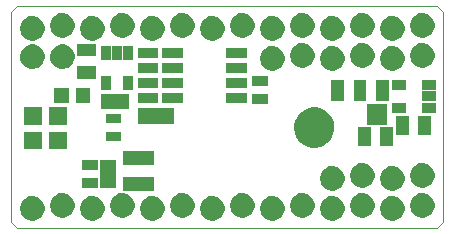
<source format=gbs>
G04 #@! TF.FileFunction,Soldermask,Bot*
%FSLAX46Y46*%
G04 Gerber Fmt 4.6, Leading zero omitted, Abs format (unit mm)*
G04 Created by KiCad (PCBNEW no-vcs-found-product) date Sun 27 Dec 2015 02:00:56 GMT*
%MOMM*%
G01*
G04 APERTURE LIST*
%ADD10C,0.150000*%
%ADD11C,0.100000*%
%ADD12C,0.099060*%
%ADD13C,0.099600*%
G04 APERTURE END LIST*
D10*
D11*
X38862000Y-41910000D02*
X38862000Y-59690000D01*
D12*
X74930000Y-60198000D02*
X39370000Y-60198000D01*
X75438000Y-41910000D02*
X75438000Y-59690000D01*
X39370000Y-41402000D02*
X74930000Y-41402000D01*
D13*
X39370000Y-60198000D02*
X38862000Y-59690000D01*
X75438000Y-59690000D02*
X74930000Y-60198000D01*
X74930000Y-41402000D02*
X75438000Y-41910000D01*
X38862000Y-41910000D02*
X39370000Y-41402000D01*
D10*
G36*
X41450000Y-51450000D02*
X39950000Y-51450000D01*
X39950000Y-49950000D01*
X41450000Y-49950000D01*
X41450000Y-51450000D01*
X41450000Y-51450000D01*
G37*
G36*
X41450000Y-53550000D02*
X39950000Y-53550000D01*
X39950000Y-52050000D01*
X41450000Y-52050000D01*
X41450000Y-53550000D01*
X41450000Y-53550000D01*
G37*
G36*
X41669844Y-45598042D02*
X41666592Y-45830952D01*
X41666516Y-45831285D01*
X41666516Y-45831298D01*
X41621419Y-46029799D01*
X41538477Y-46216086D01*
X41420935Y-46382714D01*
X41273260Y-46523342D01*
X41101093Y-46632603D01*
X40910977Y-46706344D01*
X40710160Y-46741754D01*
X40506290Y-46737484D01*
X40307125Y-46693694D01*
X40120272Y-46612060D01*
X39952820Y-46495678D01*
X39811169Y-46348994D01*
X39700709Y-46177594D01*
X39625642Y-45987997D01*
X39588831Y-45787426D01*
X39591679Y-45583532D01*
X39634074Y-45384076D01*
X39714406Y-45196648D01*
X39829611Y-45028395D01*
X39975305Y-44885720D01*
X40145933Y-44774064D01*
X40335000Y-44697676D01*
X40535301Y-44659467D01*
X40739214Y-44660891D01*
X40938967Y-44701894D01*
X41126946Y-44780914D01*
X41296001Y-44894942D01*
X41439689Y-45039637D01*
X41552534Y-45209481D01*
X41630239Y-45398008D01*
X41669779Y-45597699D01*
X41669778Y-45597712D01*
X41669844Y-45598042D01*
X41669844Y-45598042D01*
G37*
G36*
X41679844Y-43205042D02*
X41676592Y-43437952D01*
X41676516Y-43438285D01*
X41676516Y-43438298D01*
X41631419Y-43636799D01*
X41548477Y-43823086D01*
X41430935Y-43989714D01*
X41283260Y-44130342D01*
X41111093Y-44239603D01*
X40920977Y-44313344D01*
X40720160Y-44348754D01*
X40516290Y-44344484D01*
X40317125Y-44300694D01*
X40130272Y-44219060D01*
X39962820Y-44102678D01*
X39821169Y-43955994D01*
X39710709Y-43784594D01*
X39635642Y-43594997D01*
X39598831Y-43394426D01*
X39601679Y-43190532D01*
X39644074Y-42991076D01*
X39724406Y-42803648D01*
X39839611Y-42635395D01*
X39985305Y-42492720D01*
X40155933Y-42381064D01*
X40345000Y-42304676D01*
X40545301Y-42266467D01*
X40749214Y-42267891D01*
X40948967Y-42308894D01*
X41136946Y-42387914D01*
X41306001Y-42501942D01*
X41449689Y-42646637D01*
X41562534Y-42816481D01*
X41640239Y-43005008D01*
X41679779Y-43204699D01*
X41679778Y-43204712D01*
X41679844Y-43205042D01*
X41679844Y-43205042D01*
G37*
G36*
X41679844Y-58445042D02*
X41676592Y-58677952D01*
X41676516Y-58678285D01*
X41676516Y-58678298D01*
X41631419Y-58876799D01*
X41548477Y-59063086D01*
X41430935Y-59229714D01*
X41283260Y-59370342D01*
X41111093Y-59479603D01*
X40920977Y-59553344D01*
X40720160Y-59588754D01*
X40516290Y-59584484D01*
X40317125Y-59540694D01*
X40130272Y-59459060D01*
X39962820Y-59342678D01*
X39821169Y-59195994D01*
X39710709Y-59024594D01*
X39635642Y-58834997D01*
X39598831Y-58634426D01*
X39601679Y-58430532D01*
X39644074Y-58231076D01*
X39724406Y-58043648D01*
X39839611Y-57875395D01*
X39985305Y-57732720D01*
X40155933Y-57621064D01*
X40345000Y-57544676D01*
X40545301Y-57506467D01*
X40749214Y-57507891D01*
X40948967Y-57548894D01*
X41136946Y-57627914D01*
X41306001Y-57741942D01*
X41449689Y-57886637D01*
X41562534Y-58056481D01*
X41640239Y-58245008D01*
X41679779Y-58444699D01*
X41679778Y-58444712D01*
X41679844Y-58445042D01*
X41679844Y-58445042D01*
G37*
G36*
X43550000Y-51450000D02*
X42050000Y-51450000D01*
X42050000Y-49950000D01*
X43550000Y-49950000D01*
X43550000Y-51450000D01*
X43550000Y-51450000D01*
G37*
G36*
X43550000Y-53550000D02*
X42050000Y-53550000D01*
X42050000Y-52050000D01*
X43550000Y-52050000D01*
X43550000Y-53550000D01*
X43550000Y-53550000D01*
G37*
G36*
X43701220Y-49671500D02*
X42500460Y-49671500D01*
X42500460Y-48328500D01*
X43701220Y-48328500D01*
X43701220Y-49671500D01*
X43701220Y-49671500D01*
G37*
G36*
X44209844Y-45598042D02*
X44206592Y-45830952D01*
X44206516Y-45831285D01*
X44206516Y-45831298D01*
X44161419Y-46029799D01*
X44078477Y-46216086D01*
X43960935Y-46382714D01*
X43813260Y-46523342D01*
X43641093Y-46632603D01*
X43450977Y-46706344D01*
X43250160Y-46741754D01*
X43046290Y-46737484D01*
X42847125Y-46693694D01*
X42660272Y-46612060D01*
X42492820Y-46495678D01*
X42351169Y-46348994D01*
X42240709Y-46177594D01*
X42165642Y-45987997D01*
X42128831Y-45787426D01*
X42131679Y-45583532D01*
X42174074Y-45384076D01*
X42254406Y-45196648D01*
X42369611Y-45028395D01*
X42515305Y-44885720D01*
X42685933Y-44774064D01*
X42875000Y-44697676D01*
X43075301Y-44659467D01*
X43279214Y-44660891D01*
X43478967Y-44701894D01*
X43666946Y-44780914D01*
X43836001Y-44894942D01*
X43979689Y-45039637D01*
X44092534Y-45209481D01*
X44170239Y-45398008D01*
X44209779Y-45597699D01*
X44209778Y-45597712D01*
X44209844Y-45598042D01*
X44209844Y-45598042D01*
G37*
G36*
X44219844Y-42951042D02*
X44216592Y-43183952D01*
X44216516Y-43184285D01*
X44216516Y-43184298D01*
X44171419Y-43382799D01*
X44088477Y-43569086D01*
X43970935Y-43735714D01*
X43823260Y-43876342D01*
X43651093Y-43985603D01*
X43460977Y-44059344D01*
X43260160Y-44094754D01*
X43056290Y-44090484D01*
X42857125Y-44046694D01*
X42670272Y-43965060D01*
X42502820Y-43848678D01*
X42361169Y-43701994D01*
X42250709Y-43530594D01*
X42175642Y-43340997D01*
X42138831Y-43140426D01*
X42141679Y-42936532D01*
X42184074Y-42737076D01*
X42264406Y-42549648D01*
X42379611Y-42381395D01*
X42525305Y-42238720D01*
X42695933Y-42127064D01*
X42885000Y-42050676D01*
X43085301Y-42012467D01*
X43289214Y-42013891D01*
X43488967Y-42054894D01*
X43676946Y-42133914D01*
X43846001Y-42247942D01*
X43989689Y-42392637D01*
X44102534Y-42562481D01*
X44180239Y-42751008D01*
X44219779Y-42950699D01*
X44219778Y-42950712D01*
X44219844Y-42951042D01*
X44219844Y-42951042D01*
G37*
G36*
X44219844Y-58191042D02*
X44216592Y-58423952D01*
X44216516Y-58424285D01*
X44216516Y-58424298D01*
X44171419Y-58622799D01*
X44088477Y-58809086D01*
X43970935Y-58975714D01*
X43823260Y-59116342D01*
X43651093Y-59225603D01*
X43460977Y-59299344D01*
X43260160Y-59334754D01*
X43056290Y-59330484D01*
X42857125Y-59286694D01*
X42670272Y-59205060D01*
X42502820Y-59088678D01*
X42361169Y-58941994D01*
X42250709Y-58770594D01*
X42175642Y-58580997D01*
X42138831Y-58380426D01*
X42141679Y-58176532D01*
X42184074Y-57977076D01*
X42264406Y-57789648D01*
X42379611Y-57621395D01*
X42525305Y-57478720D01*
X42695933Y-57367064D01*
X42885000Y-57290676D01*
X43085301Y-57252467D01*
X43289214Y-57253891D01*
X43488967Y-57294894D01*
X43676946Y-57373914D01*
X43846001Y-57487942D01*
X43989689Y-57632637D01*
X44102534Y-57802481D01*
X44180239Y-57991008D01*
X44219779Y-58190699D01*
X44219778Y-58190712D01*
X44219844Y-58191042D01*
X44219844Y-58191042D01*
G37*
G36*
X45499540Y-49671500D02*
X44298780Y-49671500D01*
X44298780Y-48328500D01*
X45499540Y-48328500D01*
X45499540Y-49671500D01*
X45499540Y-49671500D01*
G37*
G36*
X45998500Y-45692000D02*
X44401500Y-45692000D01*
X44401500Y-44603000D01*
X45998500Y-44603000D01*
X45998500Y-45692000D01*
X45998500Y-45692000D01*
G37*
G36*
X45998500Y-47597000D02*
X44401500Y-47597000D01*
X44401500Y-46508000D01*
X45998500Y-46508000D01*
X45998500Y-47597000D01*
X45998500Y-47597000D01*
G37*
G36*
X46171500Y-55305500D02*
X44828500Y-55305500D01*
X44828500Y-54470500D01*
X46171500Y-54470500D01*
X46171500Y-55305500D01*
X46171500Y-55305500D01*
G37*
G36*
X46171500Y-56829500D02*
X44828500Y-56829500D01*
X44828500Y-55994500D01*
X46171500Y-55994500D01*
X46171500Y-56829500D01*
X46171500Y-56829500D01*
G37*
G36*
X46759844Y-43205042D02*
X46756592Y-43437952D01*
X46756516Y-43438285D01*
X46756516Y-43438298D01*
X46711419Y-43636799D01*
X46628477Y-43823086D01*
X46510935Y-43989714D01*
X46363260Y-44130342D01*
X46191093Y-44239603D01*
X46000977Y-44313344D01*
X45800160Y-44348754D01*
X45596290Y-44344484D01*
X45397125Y-44300694D01*
X45210272Y-44219060D01*
X45042820Y-44102678D01*
X44901169Y-43955994D01*
X44790709Y-43784594D01*
X44715642Y-43594997D01*
X44678831Y-43394426D01*
X44681679Y-43190532D01*
X44724074Y-42991076D01*
X44804406Y-42803648D01*
X44919611Y-42635395D01*
X45065305Y-42492720D01*
X45235933Y-42381064D01*
X45425000Y-42304676D01*
X45625301Y-42266467D01*
X45829214Y-42267891D01*
X46028967Y-42308894D01*
X46216946Y-42387914D01*
X46386001Y-42501942D01*
X46529689Y-42646637D01*
X46642534Y-42816481D01*
X46720239Y-43005008D01*
X46759779Y-43204699D01*
X46759778Y-43204712D01*
X46759844Y-43205042D01*
X46759844Y-43205042D01*
G37*
G36*
X46759844Y-58445042D02*
X46756592Y-58677952D01*
X46756516Y-58678285D01*
X46756516Y-58678298D01*
X46711419Y-58876799D01*
X46628477Y-59063086D01*
X46510935Y-59229714D01*
X46363260Y-59370342D01*
X46191093Y-59479603D01*
X46000977Y-59553344D01*
X45800160Y-59588754D01*
X45596290Y-59584484D01*
X45397125Y-59540694D01*
X45210272Y-59459060D01*
X45042820Y-59342678D01*
X44901169Y-59195994D01*
X44790709Y-59024594D01*
X44715642Y-58834997D01*
X44678831Y-58634426D01*
X44681679Y-58430532D01*
X44724074Y-58231076D01*
X44804406Y-58043648D01*
X44919611Y-57875395D01*
X45065305Y-57732720D01*
X45235933Y-57621064D01*
X45425000Y-57544676D01*
X45625301Y-57506467D01*
X45829214Y-57507891D01*
X46028967Y-57548894D01*
X46216946Y-57627914D01*
X46386001Y-57741942D01*
X46529689Y-57886637D01*
X46642534Y-58056481D01*
X46720239Y-58245008D01*
X46759779Y-58444699D01*
X46759778Y-58444712D01*
X46759844Y-58445042D01*
X46759844Y-58445042D01*
G37*
G36*
X47272620Y-46030380D02*
X46422380Y-46030380D01*
X46422380Y-44829620D01*
X47272620Y-44829620D01*
X47272620Y-46030380D01*
X47272620Y-46030380D01*
G37*
G36*
X47272620Y-48570380D02*
X46422380Y-48570380D01*
X46422380Y-47369620D01*
X47272620Y-47369620D01*
X47272620Y-48570380D01*
X47272620Y-48570380D01*
G37*
G36*
X47721500Y-56829500D02*
X46378500Y-56829500D01*
X46378500Y-56199580D01*
X46378500Y-55994500D01*
X46378500Y-55305500D01*
X46378500Y-55100420D01*
X46378500Y-54470500D01*
X47721500Y-54470500D01*
X47721500Y-55100420D01*
X47721500Y-55305500D01*
X47721500Y-55994500D01*
X47721500Y-56199580D01*
X47721500Y-56829500D01*
X47721500Y-56829500D01*
G37*
G36*
X48171500Y-51355500D02*
X46828500Y-51355500D01*
X46828500Y-50520500D01*
X48171500Y-50520500D01*
X48171500Y-51355500D01*
X48171500Y-51355500D01*
G37*
G36*
X48171500Y-52879500D02*
X46828500Y-52879500D01*
X46828500Y-52044500D01*
X48171500Y-52044500D01*
X48171500Y-52879500D01*
X48171500Y-52879500D01*
G37*
G36*
X48225120Y-46030380D02*
X47374880Y-46030380D01*
X47374880Y-44829620D01*
X48225120Y-44829620D01*
X48225120Y-46030380D01*
X48225120Y-46030380D01*
G37*
G36*
X48779500Y-50171500D02*
X48149580Y-50171500D01*
X47944500Y-50171500D01*
X47255500Y-50171500D01*
X47050420Y-50171500D01*
X46420500Y-50171500D01*
X46420500Y-48828500D01*
X47050420Y-48828500D01*
X47255500Y-48828500D01*
X47944500Y-48828500D01*
X48149580Y-48828500D01*
X48779500Y-48828500D01*
X48779500Y-50171500D01*
X48779500Y-50171500D01*
G37*
G36*
X49177620Y-46030380D02*
X48327380Y-46030380D01*
X48327380Y-44829620D01*
X49177620Y-44829620D01*
X49177620Y-46030380D01*
X49177620Y-46030380D01*
G37*
G36*
X49177620Y-48570380D02*
X48327380Y-48570380D01*
X48327380Y-47369620D01*
X49177620Y-47369620D01*
X49177620Y-48570380D01*
X49177620Y-48570380D01*
G37*
G36*
X49299844Y-42951042D02*
X49296592Y-43183952D01*
X49296516Y-43184285D01*
X49296516Y-43184298D01*
X49251419Y-43382799D01*
X49168477Y-43569086D01*
X49050935Y-43735714D01*
X48903260Y-43876342D01*
X48731093Y-43985603D01*
X48540977Y-44059344D01*
X48340160Y-44094754D01*
X48136290Y-44090484D01*
X47937125Y-44046694D01*
X47750272Y-43965060D01*
X47582820Y-43848678D01*
X47441169Y-43701994D01*
X47330709Y-43530594D01*
X47255642Y-43340997D01*
X47218831Y-43140426D01*
X47221679Y-42936532D01*
X47264074Y-42737076D01*
X47344406Y-42549648D01*
X47459611Y-42381395D01*
X47605305Y-42238720D01*
X47775933Y-42127064D01*
X47965000Y-42050676D01*
X48165301Y-42012467D01*
X48369214Y-42013891D01*
X48568967Y-42054894D01*
X48756946Y-42133914D01*
X48926001Y-42247942D01*
X49069689Y-42392637D01*
X49182534Y-42562481D01*
X49260239Y-42751008D01*
X49299779Y-42950699D01*
X49299778Y-42950712D01*
X49299844Y-42951042D01*
X49299844Y-42951042D01*
G37*
G36*
X49299844Y-58191042D02*
X49296592Y-58423952D01*
X49296516Y-58424285D01*
X49296516Y-58424298D01*
X49251419Y-58622799D01*
X49168477Y-58809086D01*
X49050935Y-58975714D01*
X48903260Y-59116342D01*
X48731093Y-59225603D01*
X48540977Y-59299344D01*
X48340160Y-59334754D01*
X48136290Y-59330484D01*
X47937125Y-59286694D01*
X47750272Y-59205060D01*
X47582820Y-59088678D01*
X47441169Y-58941994D01*
X47330709Y-58770594D01*
X47255642Y-58580997D01*
X47218831Y-58380426D01*
X47221679Y-58176532D01*
X47264074Y-57977076D01*
X47344406Y-57789648D01*
X47459611Y-57621395D01*
X47605305Y-57478720D01*
X47775933Y-57367064D01*
X47965000Y-57290676D01*
X48165301Y-57252467D01*
X48369214Y-57253891D01*
X48568967Y-57294894D01*
X48756946Y-57373914D01*
X48926001Y-57487942D01*
X49069689Y-57632637D01*
X49182534Y-57802481D01*
X49260239Y-57991008D01*
X49299779Y-58190699D01*
X49299778Y-58190712D01*
X49299844Y-58191042D01*
X49299844Y-58191042D01*
G37*
G36*
X50974680Y-54899290D02*
X48275320Y-54899290D01*
X48275320Y-53701070D01*
X50974680Y-53701070D01*
X50974680Y-54899290D01*
X50974680Y-54899290D01*
G37*
G36*
X50974680Y-57098930D02*
X48275320Y-57098930D01*
X48275320Y-55900710D01*
X50974680Y-55900710D01*
X50974680Y-57098930D01*
X50974680Y-57098930D01*
G37*
G36*
X51280450Y-45787100D02*
X49599630Y-45787100D01*
X49599630Y-45002900D01*
X51280450Y-45002900D01*
X51280450Y-45787100D01*
X51280450Y-45787100D01*
G37*
G36*
X51280450Y-47057100D02*
X49599630Y-47057100D01*
X49599630Y-46272900D01*
X51280450Y-46272900D01*
X51280450Y-47057100D01*
X51280450Y-47057100D01*
G37*
G36*
X51280450Y-48327100D02*
X49599630Y-48327100D01*
X49599630Y-47542900D01*
X51280450Y-47542900D01*
X51280450Y-48327100D01*
X51280450Y-48327100D01*
G37*
G36*
X51280450Y-49597100D02*
X49599630Y-49597100D01*
X49599630Y-48812900D01*
X51280450Y-48812900D01*
X51280450Y-49597100D01*
X51280450Y-49597100D01*
G37*
G36*
X51839844Y-43205042D02*
X51836592Y-43437952D01*
X51836516Y-43438285D01*
X51836516Y-43438298D01*
X51791419Y-43636799D01*
X51708477Y-43823086D01*
X51590935Y-43989714D01*
X51443260Y-44130342D01*
X51271093Y-44239603D01*
X51080977Y-44313344D01*
X50880160Y-44348754D01*
X50676290Y-44344484D01*
X50477125Y-44300694D01*
X50290272Y-44219060D01*
X50122820Y-44102678D01*
X49981169Y-43955994D01*
X49870709Y-43784594D01*
X49795642Y-43594997D01*
X49758831Y-43394426D01*
X49761679Y-43190532D01*
X49804074Y-42991076D01*
X49884406Y-42803648D01*
X49999611Y-42635395D01*
X50145305Y-42492720D01*
X50315933Y-42381064D01*
X50505000Y-42304676D01*
X50705301Y-42266467D01*
X50909214Y-42267891D01*
X51108967Y-42308894D01*
X51296946Y-42387914D01*
X51466001Y-42501942D01*
X51609689Y-42646637D01*
X51722534Y-42816481D01*
X51800239Y-43005008D01*
X51839779Y-43204699D01*
X51839778Y-43204712D01*
X51839844Y-43205042D01*
X51839844Y-43205042D01*
G37*
G36*
X51839844Y-58445042D02*
X51836592Y-58677952D01*
X51836516Y-58678285D01*
X51836516Y-58678298D01*
X51791419Y-58876799D01*
X51708477Y-59063086D01*
X51590935Y-59229714D01*
X51443260Y-59370342D01*
X51271093Y-59479603D01*
X51080977Y-59553344D01*
X50880160Y-59588754D01*
X50676290Y-59584484D01*
X50477125Y-59540694D01*
X50290272Y-59459060D01*
X50122820Y-59342678D01*
X49981169Y-59195994D01*
X49870709Y-59024594D01*
X49795642Y-58834997D01*
X49758831Y-58634426D01*
X49761679Y-58430532D01*
X49804074Y-58231076D01*
X49884406Y-58043648D01*
X49999611Y-57875395D01*
X50145305Y-57732720D01*
X50315933Y-57621064D01*
X50505000Y-57544676D01*
X50705301Y-57506467D01*
X50909214Y-57507891D01*
X51108967Y-57548894D01*
X51296946Y-57627914D01*
X51466001Y-57741942D01*
X51609689Y-57886637D01*
X51722534Y-58056481D01*
X51800239Y-58245008D01*
X51839779Y-58444699D01*
X51839778Y-58444712D01*
X51839844Y-58445042D01*
X51839844Y-58445042D01*
G37*
G36*
X52599540Y-51371500D02*
X51700380Y-51371500D01*
X51398780Y-51371500D01*
X50801220Y-51371500D01*
X50499620Y-51371500D01*
X49600460Y-51371500D01*
X49600460Y-50028500D01*
X50499620Y-50028500D01*
X50801220Y-50028500D01*
X51398780Y-50028500D01*
X51700380Y-50028500D01*
X52599540Y-50028500D01*
X52599540Y-51371500D01*
X52599540Y-51371500D01*
G37*
G36*
X53400080Y-45799800D02*
X51599880Y-45799800D01*
X51599880Y-44990200D01*
X53400080Y-44990200D01*
X53400080Y-45799800D01*
X53400080Y-45799800D01*
G37*
G36*
X53400080Y-47069800D02*
X51599880Y-47069800D01*
X51599880Y-46260200D01*
X53400080Y-46260200D01*
X53400080Y-47069800D01*
X53400080Y-47069800D01*
G37*
G36*
X53400080Y-48339800D02*
X51599880Y-48339800D01*
X51599880Y-47530200D01*
X53400080Y-47530200D01*
X53400080Y-48339800D01*
X53400080Y-48339800D01*
G37*
G36*
X53400080Y-49609800D02*
X51599880Y-49609800D01*
X51599880Y-48800200D01*
X53400080Y-48800200D01*
X53400080Y-49609800D01*
X53400080Y-49609800D01*
G37*
G36*
X54379844Y-42951042D02*
X54376592Y-43183952D01*
X54376516Y-43184285D01*
X54376516Y-43184298D01*
X54331419Y-43382799D01*
X54248477Y-43569086D01*
X54130935Y-43735714D01*
X53983260Y-43876342D01*
X53811093Y-43985603D01*
X53620977Y-44059344D01*
X53420160Y-44094754D01*
X53216290Y-44090484D01*
X53017125Y-44046694D01*
X52830272Y-43965060D01*
X52662820Y-43848678D01*
X52521169Y-43701994D01*
X52410709Y-43530594D01*
X52335642Y-43340997D01*
X52298831Y-43140426D01*
X52301679Y-42936532D01*
X52344074Y-42737076D01*
X52424406Y-42549648D01*
X52539611Y-42381395D01*
X52685305Y-42238720D01*
X52855933Y-42127064D01*
X53045000Y-42050676D01*
X53245301Y-42012467D01*
X53449214Y-42013891D01*
X53648967Y-42054894D01*
X53836946Y-42133914D01*
X54006001Y-42247942D01*
X54149689Y-42392637D01*
X54262534Y-42562481D01*
X54340239Y-42751008D01*
X54379779Y-42950699D01*
X54379778Y-42950712D01*
X54379844Y-42951042D01*
X54379844Y-42951042D01*
G37*
G36*
X54379844Y-58191042D02*
X54376592Y-58423952D01*
X54376516Y-58424285D01*
X54376516Y-58424298D01*
X54331419Y-58622799D01*
X54248477Y-58809086D01*
X54130935Y-58975714D01*
X53983260Y-59116342D01*
X53811093Y-59225603D01*
X53620977Y-59299344D01*
X53420160Y-59334754D01*
X53216290Y-59330484D01*
X53017125Y-59286694D01*
X52830272Y-59205060D01*
X52662820Y-59088678D01*
X52521169Y-58941994D01*
X52410709Y-58770594D01*
X52335642Y-58580997D01*
X52298831Y-58380426D01*
X52301679Y-58176532D01*
X52344074Y-57977076D01*
X52424406Y-57789648D01*
X52539611Y-57621395D01*
X52685305Y-57478720D01*
X52855933Y-57367064D01*
X53045000Y-57290676D01*
X53245301Y-57252467D01*
X53449214Y-57253891D01*
X53648967Y-57294894D01*
X53836946Y-57373914D01*
X54006001Y-57487942D01*
X54149689Y-57632637D01*
X54262534Y-57802481D01*
X54340239Y-57991008D01*
X54379779Y-58190699D01*
X54379778Y-58190712D01*
X54379844Y-58191042D01*
X54379844Y-58191042D01*
G37*
G36*
X56919844Y-43205042D02*
X56916592Y-43437952D01*
X56916516Y-43438285D01*
X56916516Y-43438298D01*
X56871419Y-43636799D01*
X56788477Y-43823086D01*
X56670935Y-43989714D01*
X56523260Y-44130342D01*
X56351093Y-44239603D01*
X56160977Y-44313344D01*
X55960160Y-44348754D01*
X55756290Y-44344484D01*
X55557125Y-44300694D01*
X55370272Y-44219060D01*
X55202820Y-44102678D01*
X55061169Y-43955994D01*
X54950709Y-43784594D01*
X54875642Y-43594997D01*
X54838831Y-43394426D01*
X54841679Y-43190532D01*
X54884074Y-42991076D01*
X54964406Y-42803648D01*
X55079611Y-42635395D01*
X55225305Y-42492720D01*
X55395933Y-42381064D01*
X55585000Y-42304676D01*
X55785301Y-42266467D01*
X55989214Y-42267891D01*
X56188967Y-42308894D01*
X56376946Y-42387914D01*
X56546001Y-42501942D01*
X56689689Y-42646637D01*
X56802534Y-42816481D01*
X56880239Y-43005008D01*
X56919779Y-43204699D01*
X56919778Y-43204712D01*
X56919844Y-43205042D01*
X56919844Y-43205042D01*
G37*
G36*
X56919844Y-58445042D02*
X56916592Y-58677952D01*
X56916516Y-58678285D01*
X56916516Y-58678298D01*
X56871419Y-58876799D01*
X56788477Y-59063086D01*
X56670935Y-59229714D01*
X56523260Y-59370342D01*
X56351093Y-59479603D01*
X56160977Y-59553344D01*
X55960160Y-59588754D01*
X55756290Y-59584484D01*
X55557125Y-59540694D01*
X55370272Y-59459060D01*
X55202820Y-59342678D01*
X55061169Y-59195994D01*
X54950709Y-59024594D01*
X54875642Y-58834997D01*
X54838831Y-58634426D01*
X54841679Y-58430532D01*
X54884074Y-58231076D01*
X54964406Y-58043648D01*
X55079611Y-57875395D01*
X55225305Y-57732720D01*
X55395933Y-57621064D01*
X55585000Y-57544676D01*
X55785301Y-57506467D01*
X55989214Y-57507891D01*
X56188967Y-57548894D01*
X56376946Y-57627914D01*
X56546001Y-57741942D01*
X56689689Y-57886637D01*
X56802534Y-58056481D01*
X56880239Y-58245008D01*
X56919779Y-58444699D01*
X56919778Y-58444712D01*
X56919844Y-58445042D01*
X56919844Y-58445042D01*
G37*
G36*
X58800120Y-45799800D02*
X56999920Y-45799800D01*
X56999920Y-44990200D01*
X58800120Y-44990200D01*
X58800120Y-45799800D01*
X58800120Y-45799800D01*
G37*
G36*
X58800120Y-47069800D02*
X56999920Y-47069800D01*
X56999920Y-46260200D01*
X58800120Y-46260200D01*
X58800120Y-47069800D01*
X58800120Y-47069800D01*
G37*
G36*
X58800120Y-48339800D02*
X56999920Y-48339800D01*
X56999920Y-47530200D01*
X58800120Y-47530200D01*
X58800120Y-48339800D01*
X58800120Y-48339800D01*
G37*
G36*
X58800120Y-49609800D02*
X56999920Y-49609800D01*
X56999920Y-48800200D01*
X58800120Y-48800200D01*
X58800120Y-49609800D01*
X58800120Y-49609800D01*
G37*
G36*
X59459844Y-42951042D02*
X59456592Y-43183952D01*
X59456516Y-43184285D01*
X59456516Y-43184298D01*
X59411419Y-43382799D01*
X59328477Y-43569086D01*
X59210935Y-43735714D01*
X59063260Y-43876342D01*
X58891093Y-43985603D01*
X58700977Y-44059344D01*
X58500160Y-44094754D01*
X58296290Y-44090484D01*
X58097125Y-44046694D01*
X57910272Y-43965060D01*
X57742820Y-43848678D01*
X57601169Y-43701994D01*
X57490709Y-43530594D01*
X57415642Y-43340997D01*
X57378831Y-43140426D01*
X57381679Y-42936532D01*
X57424074Y-42737076D01*
X57504406Y-42549648D01*
X57619611Y-42381395D01*
X57765305Y-42238720D01*
X57935933Y-42127064D01*
X58125000Y-42050676D01*
X58325301Y-42012467D01*
X58529214Y-42013891D01*
X58728967Y-42054894D01*
X58916946Y-42133914D01*
X59086001Y-42247942D01*
X59229689Y-42392637D01*
X59342534Y-42562481D01*
X59420239Y-42751008D01*
X59459779Y-42950699D01*
X59459778Y-42950712D01*
X59459844Y-42951042D01*
X59459844Y-42951042D01*
G37*
G36*
X59459844Y-58191042D02*
X59456592Y-58423952D01*
X59456516Y-58424285D01*
X59456516Y-58424298D01*
X59411419Y-58622799D01*
X59328477Y-58809086D01*
X59210935Y-58975714D01*
X59063260Y-59116342D01*
X58891093Y-59225603D01*
X58700977Y-59299344D01*
X58500160Y-59334754D01*
X58296290Y-59330484D01*
X58097125Y-59286694D01*
X57910272Y-59205060D01*
X57742820Y-59088678D01*
X57601169Y-58941994D01*
X57490709Y-58770594D01*
X57415642Y-58580997D01*
X57378831Y-58380426D01*
X57381679Y-58176532D01*
X57424074Y-57977076D01*
X57504406Y-57789648D01*
X57619611Y-57621395D01*
X57765305Y-57478720D01*
X57935933Y-57367064D01*
X58125000Y-57290676D01*
X58325301Y-57252467D01*
X58529214Y-57253891D01*
X58728967Y-57294894D01*
X58916946Y-57373914D01*
X59086001Y-57487942D01*
X59229689Y-57632637D01*
X59342534Y-57802481D01*
X59420239Y-57991008D01*
X59459779Y-58190699D01*
X59459778Y-58190712D01*
X59459844Y-58191042D01*
X59459844Y-58191042D01*
G37*
G36*
X60571500Y-48155500D02*
X59228500Y-48155500D01*
X59228500Y-47320500D01*
X60571500Y-47320500D01*
X60571500Y-48155500D01*
X60571500Y-48155500D01*
G37*
G36*
X60571500Y-49679500D02*
X59228500Y-49679500D01*
X59228500Y-48844500D01*
X60571500Y-48844500D01*
X60571500Y-49679500D01*
X60571500Y-49679500D01*
G37*
G36*
X61999844Y-43205042D02*
X61996592Y-43437952D01*
X61996516Y-43438285D01*
X61996516Y-43438298D01*
X61951419Y-43636799D01*
X61868477Y-43823086D01*
X61750935Y-43989714D01*
X61603260Y-44130342D01*
X61431093Y-44239603D01*
X61240977Y-44313344D01*
X61040160Y-44348754D01*
X60836290Y-44344484D01*
X60637125Y-44300694D01*
X60450272Y-44219060D01*
X60282820Y-44102678D01*
X60141169Y-43955994D01*
X60030709Y-43784594D01*
X59955642Y-43594997D01*
X59918831Y-43394426D01*
X59921679Y-43190532D01*
X59964074Y-42991076D01*
X60044406Y-42803648D01*
X60159611Y-42635395D01*
X60305305Y-42492720D01*
X60475933Y-42381064D01*
X60665000Y-42304676D01*
X60865301Y-42266467D01*
X61069214Y-42267891D01*
X61268967Y-42308894D01*
X61456946Y-42387914D01*
X61626001Y-42501942D01*
X61769689Y-42646637D01*
X61882534Y-42816481D01*
X61960239Y-43005008D01*
X61999779Y-43204699D01*
X61999778Y-43204712D01*
X61999844Y-43205042D01*
X61999844Y-43205042D01*
G37*
G36*
X61999844Y-45745042D02*
X61996592Y-45977952D01*
X61996516Y-45978285D01*
X61996516Y-45978298D01*
X61951419Y-46176799D01*
X61868477Y-46363086D01*
X61750935Y-46529714D01*
X61603260Y-46670342D01*
X61431093Y-46779603D01*
X61240977Y-46853344D01*
X61040160Y-46888754D01*
X60836290Y-46884484D01*
X60637125Y-46840694D01*
X60450272Y-46759060D01*
X60282820Y-46642678D01*
X60141169Y-46495994D01*
X60030709Y-46324594D01*
X59955642Y-46134997D01*
X59918831Y-45934426D01*
X59921679Y-45730532D01*
X59964074Y-45531076D01*
X60044406Y-45343648D01*
X60159611Y-45175395D01*
X60305305Y-45032720D01*
X60475933Y-44921064D01*
X60665000Y-44844676D01*
X60865301Y-44806467D01*
X61069214Y-44807891D01*
X61268967Y-44848894D01*
X61456946Y-44927914D01*
X61626001Y-45041942D01*
X61769689Y-45186637D01*
X61882534Y-45356481D01*
X61960239Y-45545008D01*
X61999779Y-45744699D01*
X61999778Y-45744712D01*
X61999844Y-45745042D01*
X61999844Y-45745042D01*
G37*
G36*
X61999844Y-58445042D02*
X61996592Y-58677952D01*
X61996516Y-58678285D01*
X61996516Y-58678298D01*
X61951419Y-58876799D01*
X61868477Y-59063086D01*
X61750935Y-59229714D01*
X61603260Y-59370342D01*
X61431093Y-59479603D01*
X61240977Y-59553344D01*
X61040160Y-59588754D01*
X60836290Y-59584484D01*
X60637125Y-59540694D01*
X60450272Y-59459060D01*
X60282820Y-59342678D01*
X60141169Y-59195994D01*
X60030709Y-59024594D01*
X59955642Y-58834997D01*
X59918831Y-58634426D01*
X59921679Y-58430532D01*
X59964074Y-58231076D01*
X60044406Y-58043648D01*
X60159611Y-57875395D01*
X60305305Y-57732720D01*
X60475933Y-57621064D01*
X60665000Y-57544676D01*
X60865301Y-57506467D01*
X61069214Y-57507891D01*
X61268967Y-57548894D01*
X61456946Y-57627914D01*
X61626001Y-57741942D01*
X61769689Y-57886637D01*
X61882534Y-58056481D01*
X61960239Y-58245008D01*
X61999779Y-58444699D01*
X61999778Y-58444712D01*
X61999844Y-58445042D01*
X61999844Y-58445042D01*
G37*
G36*
X64539844Y-42951042D02*
X64536592Y-43183952D01*
X64536516Y-43184285D01*
X64536516Y-43184298D01*
X64491419Y-43382799D01*
X64408477Y-43569086D01*
X64290935Y-43735714D01*
X64143260Y-43876342D01*
X63971093Y-43985603D01*
X63780977Y-44059344D01*
X63580160Y-44094754D01*
X63376290Y-44090484D01*
X63177125Y-44046694D01*
X62990272Y-43965060D01*
X62822820Y-43848678D01*
X62681169Y-43701994D01*
X62570709Y-43530594D01*
X62495642Y-43340997D01*
X62458831Y-43140426D01*
X62461679Y-42936532D01*
X62504074Y-42737076D01*
X62584406Y-42549648D01*
X62699611Y-42381395D01*
X62845305Y-42238720D01*
X63015933Y-42127064D01*
X63205000Y-42050676D01*
X63405301Y-42012467D01*
X63609214Y-42013891D01*
X63808967Y-42054894D01*
X63996946Y-42133914D01*
X64166001Y-42247942D01*
X64309689Y-42392637D01*
X64422534Y-42562481D01*
X64500239Y-42751008D01*
X64539779Y-42950699D01*
X64539778Y-42950712D01*
X64539844Y-42951042D01*
X64539844Y-42951042D01*
G37*
G36*
X64539844Y-45491042D02*
X64536592Y-45723952D01*
X64536516Y-45724285D01*
X64536516Y-45724298D01*
X64491419Y-45922799D01*
X64408477Y-46109086D01*
X64290935Y-46275714D01*
X64143260Y-46416342D01*
X63971093Y-46525603D01*
X63780977Y-46599344D01*
X63580160Y-46634754D01*
X63376290Y-46630484D01*
X63177125Y-46586694D01*
X62990272Y-46505060D01*
X62822820Y-46388678D01*
X62681169Y-46241994D01*
X62570709Y-46070594D01*
X62495642Y-45880997D01*
X62458831Y-45680426D01*
X62461679Y-45476532D01*
X62504074Y-45277076D01*
X62584406Y-45089648D01*
X62699611Y-44921395D01*
X62845305Y-44778720D01*
X63015933Y-44667064D01*
X63205000Y-44590676D01*
X63405301Y-44552467D01*
X63609214Y-44553891D01*
X63808967Y-44594894D01*
X63996946Y-44673914D01*
X64166001Y-44787942D01*
X64309689Y-44932637D01*
X64422534Y-45102481D01*
X64500239Y-45291008D01*
X64539779Y-45490699D01*
X64539778Y-45490712D01*
X64539844Y-45491042D01*
X64539844Y-45491042D01*
G37*
G36*
X64539844Y-58191042D02*
X64536592Y-58423952D01*
X64536516Y-58424285D01*
X64536516Y-58424298D01*
X64491419Y-58622799D01*
X64408477Y-58809086D01*
X64290935Y-58975714D01*
X64143260Y-59116342D01*
X63971093Y-59225603D01*
X63780977Y-59299344D01*
X63580160Y-59334754D01*
X63376290Y-59330484D01*
X63177125Y-59286694D01*
X62990272Y-59205060D01*
X62822820Y-59088678D01*
X62681169Y-58941994D01*
X62570709Y-58770594D01*
X62495642Y-58580997D01*
X62458831Y-58380426D01*
X62461679Y-58176532D01*
X62504074Y-57977076D01*
X62584406Y-57789648D01*
X62699611Y-57621395D01*
X62845305Y-57478720D01*
X63015933Y-57367064D01*
X63205000Y-57290676D01*
X63405301Y-57252467D01*
X63609214Y-57253891D01*
X63808967Y-57294894D01*
X63996946Y-57373914D01*
X64166001Y-57487942D01*
X64309689Y-57632637D01*
X64422534Y-57802481D01*
X64500239Y-57991008D01*
X64539779Y-58190699D01*
X64539778Y-58190712D01*
X64539844Y-58191042D01*
X64539844Y-58191042D01*
G37*
G36*
X66204414Y-51532881D02*
X66199083Y-51914644D01*
X66199007Y-51914977D01*
X66199007Y-51914989D01*
X66125035Y-52240576D01*
X65989088Y-52545919D01*
X65796423Y-52819040D01*
X65554372Y-53049541D01*
X65272169Y-53228632D01*
X64960549Y-53349503D01*
X64631391Y-53407542D01*
X64297225Y-53400542D01*
X63970777Y-53328768D01*
X63664501Y-53194959D01*
X63390034Y-53004200D01*
X63157853Y-52763769D01*
X62976796Y-52482823D01*
X62853754Y-52172056D01*
X62793416Y-51843303D01*
X62798084Y-51509098D01*
X62867575Y-51182167D01*
X62999247Y-50874954D01*
X63188081Y-50599169D01*
X63426887Y-50365312D01*
X63706564Y-50182297D01*
X64016465Y-50057089D01*
X64344780Y-49994459D01*
X64679014Y-49996793D01*
X65006428Y-50064002D01*
X65314547Y-50193523D01*
X65591647Y-50380429D01*
X65827161Y-50617592D01*
X66012128Y-50895989D01*
X66139495Y-51205005D01*
X66204348Y-51532537D01*
X66204347Y-51532546D01*
X66204414Y-51532881D01*
X66204414Y-51532881D01*
G37*
G36*
X67011300Y-49458300D02*
X65922300Y-49458300D01*
X65922300Y-47658100D01*
X67011300Y-47658100D01*
X67011300Y-49458300D01*
X67011300Y-49458300D01*
G37*
G36*
X67079844Y-43205042D02*
X67076592Y-43437952D01*
X67076516Y-43438285D01*
X67076516Y-43438298D01*
X67031419Y-43636799D01*
X66948477Y-43823086D01*
X66830935Y-43989714D01*
X66683260Y-44130342D01*
X66511093Y-44239603D01*
X66320977Y-44313344D01*
X66120160Y-44348754D01*
X65916290Y-44344484D01*
X65717125Y-44300694D01*
X65530272Y-44219060D01*
X65362820Y-44102678D01*
X65221169Y-43955994D01*
X65110709Y-43784594D01*
X65035642Y-43594997D01*
X64998831Y-43394426D01*
X65001679Y-43190532D01*
X65044074Y-42991076D01*
X65124406Y-42803648D01*
X65239611Y-42635395D01*
X65385305Y-42492720D01*
X65555933Y-42381064D01*
X65745000Y-42304676D01*
X65945301Y-42266467D01*
X66149214Y-42267891D01*
X66348967Y-42308894D01*
X66536946Y-42387914D01*
X66706001Y-42501942D01*
X66849689Y-42646637D01*
X66962534Y-42816481D01*
X67040239Y-43005008D01*
X67079779Y-43204699D01*
X67079778Y-43204712D01*
X67079844Y-43205042D01*
X67079844Y-43205042D01*
G37*
G36*
X67079844Y-45745042D02*
X67076592Y-45977952D01*
X67076516Y-45978285D01*
X67076516Y-45978298D01*
X67031419Y-46176799D01*
X66948477Y-46363086D01*
X66830935Y-46529714D01*
X66683260Y-46670342D01*
X66511093Y-46779603D01*
X66320977Y-46853344D01*
X66120160Y-46888754D01*
X65916290Y-46884484D01*
X65717125Y-46840694D01*
X65530272Y-46759060D01*
X65362820Y-46642678D01*
X65221169Y-46495994D01*
X65110709Y-46324594D01*
X65035642Y-46134997D01*
X64998831Y-45934426D01*
X65001679Y-45730532D01*
X65044074Y-45531076D01*
X65124406Y-45343648D01*
X65239611Y-45175395D01*
X65385305Y-45032720D01*
X65555933Y-44921064D01*
X65745000Y-44844676D01*
X65945301Y-44806467D01*
X66149214Y-44807891D01*
X66348967Y-44848894D01*
X66536946Y-44927914D01*
X66706001Y-45041942D01*
X66849689Y-45186637D01*
X66962534Y-45356481D01*
X67040239Y-45545008D01*
X67079779Y-45744699D01*
X67079778Y-45744712D01*
X67079844Y-45745042D01*
X67079844Y-45745042D01*
G37*
G36*
X67079844Y-55905042D02*
X67076592Y-56137952D01*
X67076516Y-56138285D01*
X67076516Y-56138298D01*
X67031419Y-56336799D01*
X66948477Y-56523086D01*
X66830935Y-56689714D01*
X66683260Y-56830342D01*
X66511093Y-56939603D01*
X66320977Y-57013344D01*
X66120160Y-57048754D01*
X65916290Y-57044484D01*
X65717125Y-57000694D01*
X65530272Y-56919060D01*
X65362820Y-56802678D01*
X65221169Y-56655994D01*
X65110709Y-56484594D01*
X65035642Y-56294997D01*
X64998831Y-56094426D01*
X65001679Y-55890532D01*
X65044074Y-55691076D01*
X65124406Y-55503648D01*
X65239611Y-55335395D01*
X65385305Y-55192720D01*
X65555933Y-55081064D01*
X65745000Y-55004676D01*
X65945301Y-54966467D01*
X66149214Y-54967891D01*
X66348967Y-55008894D01*
X66536946Y-55087914D01*
X66706001Y-55201942D01*
X66849689Y-55346637D01*
X66962534Y-55516481D01*
X67040239Y-55705008D01*
X67079779Y-55904699D01*
X67079778Y-55904712D01*
X67079844Y-55905042D01*
X67079844Y-55905042D01*
G37*
G36*
X67079844Y-58445042D02*
X67076592Y-58677952D01*
X67076516Y-58678285D01*
X67076516Y-58678298D01*
X67031419Y-58876799D01*
X66948477Y-59063086D01*
X66830935Y-59229714D01*
X66683260Y-59370342D01*
X66511093Y-59479603D01*
X66320977Y-59553344D01*
X66120160Y-59588754D01*
X65916290Y-59584484D01*
X65717125Y-59540694D01*
X65530272Y-59459060D01*
X65362820Y-59342678D01*
X65221169Y-59195994D01*
X65110709Y-59024594D01*
X65035642Y-58834997D01*
X64998831Y-58634426D01*
X65001679Y-58430532D01*
X65044074Y-58231076D01*
X65124406Y-58043648D01*
X65239611Y-57875395D01*
X65385305Y-57732720D01*
X65555933Y-57621064D01*
X65745000Y-57544676D01*
X65945301Y-57506467D01*
X66149214Y-57507891D01*
X66348967Y-57548894D01*
X66536946Y-57627914D01*
X66706001Y-57741942D01*
X66849689Y-57886637D01*
X66962534Y-58056481D01*
X67040239Y-58245008D01*
X67079779Y-58444699D01*
X67079778Y-58444712D01*
X67079844Y-58445042D01*
X67079844Y-58445042D01*
G37*
G36*
X68916300Y-49458300D02*
X67827300Y-49458300D01*
X67827300Y-47658100D01*
X68916300Y-47658100D01*
X68916300Y-49458300D01*
X68916300Y-49458300D01*
G37*
G36*
X69292000Y-53298500D02*
X68203000Y-53298500D01*
X68203000Y-51701500D01*
X69292000Y-51701500D01*
X69292000Y-53298500D01*
X69292000Y-53298500D01*
G37*
G36*
X69619844Y-42951042D02*
X69616592Y-43183952D01*
X69616516Y-43184285D01*
X69616516Y-43184298D01*
X69571419Y-43382799D01*
X69488477Y-43569086D01*
X69370935Y-43735714D01*
X69223260Y-43876342D01*
X69051093Y-43985603D01*
X68860977Y-44059344D01*
X68660160Y-44094754D01*
X68456290Y-44090484D01*
X68257125Y-44046694D01*
X68070272Y-43965060D01*
X67902820Y-43848678D01*
X67761169Y-43701994D01*
X67650709Y-43530594D01*
X67575642Y-43340997D01*
X67538831Y-43140426D01*
X67541679Y-42936532D01*
X67584074Y-42737076D01*
X67664406Y-42549648D01*
X67779611Y-42381395D01*
X67925305Y-42238720D01*
X68095933Y-42127064D01*
X68285000Y-42050676D01*
X68485301Y-42012467D01*
X68689214Y-42013891D01*
X68888967Y-42054894D01*
X69076946Y-42133914D01*
X69246001Y-42247942D01*
X69389689Y-42392637D01*
X69502534Y-42562481D01*
X69580239Y-42751008D01*
X69619779Y-42950699D01*
X69619778Y-42950712D01*
X69619844Y-42951042D01*
X69619844Y-42951042D01*
G37*
G36*
X69619844Y-45491042D02*
X69616592Y-45723952D01*
X69616516Y-45724285D01*
X69616516Y-45724298D01*
X69571419Y-45922799D01*
X69488477Y-46109086D01*
X69370935Y-46275714D01*
X69223260Y-46416342D01*
X69051093Y-46525603D01*
X68860977Y-46599344D01*
X68660160Y-46634754D01*
X68456290Y-46630484D01*
X68257125Y-46586694D01*
X68070272Y-46505060D01*
X67902820Y-46388678D01*
X67761169Y-46241994D01*
X67650709Y-46070594D01*
X67575642Y-45880997D01*
X67538831Y-45680426D01*
X67541679Y-45476532D01*
X67584074Y-45277076D01*
X67664406Y-45089648D01*
X67779611Y-44921395D01*
X67925305Y-44778720D01*
X68095933Y-44667064D01*
X68285000Y-44590676D01*
X68485301Y-44552467D01*
X68689214Y-44553891D01*
X68888967Y-44594894D01*
X69076946Y-44673914D01*
X69246001Y-44787942D01*
X69389689Y-44932637D01*
X69502534Y-45102481D01*
X69580239Y-45291008D01*
X69619779Y-45490699D01*
X69619778Y-45490712D01*
X69619844Y-45491042D01*
X69619844Y-45491042D01*
G37*
G36*
X69619844Y-55651042D02*
X69616592Y-55883952D01*
X69616516Y-55884285D01*
X69616516Y-55884298D01*
X69571419Y-56082799D01*
X69488477Y-56269086D01*
X69370935Y-56435714D01*
X69223260Y-56576342D01*
X69051093Y-56685603D01*
X68860977Y-56759344D01*
X68660160Y-56794754D01*
X68456290Y-56790484D01*
X68257125Y-56746694D01*
X68070272Y-56665060D01*
X67902820Y-56548678D01*
X67761169Y-56401994D01*
X67650709Y-56230594D01*
X67575642Y-56040997D01*
X67538831Y-55840426D01*
X67541679Y-55636532D01*
X67584074Y-55437076D01*
X67664406Y-55249648D01*
X67779611Y-55081395D01*
X67925305Y-54938720D01*
X68095933Y-54827064D01*
X68285000Y-54750676D01*
X68485301Y-54712467D01*
X68689214Y-54713891D01*
X68888967Y-54754894D01*
X69076946Y-54833914D01*
X69246001Y-54947942D01*
X69389689Y-55092637D01*
X69502534Y-55262481D01*
X69580239Y-55451008D01*
X69619779Y-55650699D01*
X69619778Y-55650712D01*
X69619844Y-55651042D01*
X69619844Y-55651042D01*
G37*
G36*
X69619844Y-58191042D02*
X69616592Y-58423952D01*
X69616516Y-58424285D01*
X69616516Y-58424298D01*
X69571419Y-58622799D01*
X69488477Y-58809086D01*
X69370935Y-58975714D01*
X69223260Y-59116342D01*
X69051093Y-59225603D01*
X68860977Y-59299344D01*
X68660160Y-59334754D01*
X68456290Y-59330484D01*
X68257125Y-59286694D01*
X68070272Y-59205060D01*
X67902820Y-59088678D01*
X67761169Y-58941994D01*
X67650709Y-58770594D01*
X67575642Y-58580997D01*
X67538831Y-58380426D01*
X67541679Y-58176532D01*
X67584074Y-57977076D01*
X67664406Y-57789648D01*
X67779611Y-57621395D01*
X67925305Y-57478720D01*
X68095933Y-57367064D01*
X68285000Y-57290676D01*
X68485301Y-57252467D01*
X68689214Y-57253891D01*
X68888967Y-57294894D01*
X69076946Y-57373914D01*
X69246001Y-57487942D01*
X69389689Y-57632637D01*
X69502534Y-57802481D01*
X69580239Y-57991008D01*
X69619779Y-58190699D01*
X69619778Y-58190712D01*
X69619844Y-58191042D01*
X69619844Y-58191042D01*
G37*
G36*
X70657500Y-50975488D02*
X70653414Y-50981841D01*
X70650000Y-51000000D01*
X70650000Y-51450000D01*
X69350000Y-51450000D01*
X69150000Y-51450000D01*
X68950000Y-51450000D01*
X68950000Y-49750000D01*
X69150000Y-49750000D01*
X69350000Y-49750000D01*
X70650000Y-49750000D01*
X70650000Y-50200000D01*
X70653941Y-50219457D01*
X70657500Y-50224664D01*
X70657500Y-50250000D01*
X70657500Y-50950000D01*
X70657500Y-50975488D01*
X70657500Y-50975488D01*
G37*
G36*
X70821300Y-49458300D02*
X69732300Y-49458300D01*
X69732300Y-47658100D01*
X70821300Y-47658100D01*
X70821300Y-49458300D01*
X70821300Y-49458300D01*
G37*
G36*
X71197000Y-53298500D02*
X70108000Y-53298500D01*
X70108000Y-51701500D01*
X71197000Y-51701500D01*
X71197000Y-53298500D01*
X71197000Y-53298500D01*
G37*
G36*
X72159844Y-43205042D02*
X72156592Y-43437952D01*
X72156516Y-43438285D01*
X72156516Y-43438298D01*
X72111419Y-43636799D01*
X72028477Y-43823086D01*
X71910935Y-43989714D01*
X71763260Y-44130342D01*
X71591093Y-44239603D01*
X71400977Y-44313344D01*
X71200160Y-44348754D01*
X70996290Y-44344484D01*
X70797125Y-44300694D01*
X70610272Y-44219060D01*
X70442820Y-44102678D01*
X70301169Y-43955994D01*
X70190709Y-43784594D01*
X70115642Y-43594997D01*
X70078831Y-43394426D01*
X70081679Y-43190532D01*
X70124074Y-42991076D01*
X70204406Y-42803648D01*
X70319611Y-42635395D01*
X70465305Y-42492720D01*
X70635933Y-42381064D01*
X70825000Y-42304676D01*
X71025301Y-42266467D01*
X71229214Y-42267891D01*
X71428967Y-42308894D01*
X71616946Y-42387914D01*
X71786001Y-42501942D01*
X71929689Y-42646637D01*
X72042534Y-42816481D01*
X72120239Y-43005008D01*
X72159779Y-43204699D01*
X72159778Y-43204712D01*
X72159844Y-43205042D01*
X72159844Y-43205042D01*
G37*
G36*
X72159844Y-45745042D02*
X72156592Y-45977952D01*
X72156516Y-45978285D01*
X72156516Y-45978298D01*
X72111419Y-46176799D01*
X72028477Y-46363086D01*
X71910935Y-46529714D01*
X71763260Y-46670342D01*
X71591093Y-46779603D01*
X71400977Y-46853344D01*
X71200160Y-46888754D01*
X70996290Y-46884484D01*
X70797125Y-46840694D01*
X70610272Y-46759060D01*
X70442820Y-46642678D01*
X70301169Y-46495994D01*
X70190709Y-46324594D01*
X70115642Y-46134997D01*
X70078831Y-45934426D01*
X70081679Y-45730532D01*
X70124074Y-45531076D01*
X70204406Y-45343648D01*
X70319611Y-45175395D01*
X70465305Y-45032720D01*
X70635933Y-44921064D01*
X70825000Y-44844676D01*
X71025301Y-44806467D01*
X71229214Y-44807891D01*
X71428967Y-44848894D01*
X71616946Y-44927914D01*
X71786001Y-45041942D01*
X71929689Y-45186637D01*
X72042534Y-45356481D01*
X72120239Y-45545008D01*
X72159779Y-45744699D01*
X72159778Y-45744712D01*
X72159844Y-45745042D01*
X72159844Y-45745042D01*
G37*
G36*
X72159844Y-55905042D02*
X72156592Y-56137952D01*
X72156516Y-56138285D01*
X72156516Y-56138298D01*
X72111419Y-56336799D01*
X72028477Y-56523086D01*
X71910935Y-56689714D01*
X71763260Y-56830342D01*
X71591093Y-56939603D01*
X71400977Y-57013344D01*
X71200160Y-57048754D01*
X70996290Y-57044484D01*
X70797125Y-57000694D01*
X70610272Y-56919060D01*
X70442820Y-56802678D01*
X70301169Y-56655994D01*
X70190709Y-56484594D01*
X70115642Y-56294997D01*
X70078831Y-56094426D01*
X70081679Y-55890532D01*
X70124074Y-55691076D01*
X70204406Y-55503648D01*
X70319611Y-55335395D01*
X70465305Y-55192720D01*
X70635933Y-55081064D01*
X70825000Y-55004676D01*
X71025301Y-54966467D01*
X71229214Y-54967891D01*
X71428967Y-55008894D01*
X71616946Y-55087914D01*
X71786001Y-55201942D01*
X71929689Y-55346637D01*
X72042534Y-55516481D01*
X72120239Y-55705008D01*
X72159779Y-55904699D01*
X72159778Y-55904712D01*
X72159844Y-55905042D01*
X72159844Y-55905042D01*
G37*
G36*
X72159844Y-58445042D02*
X72156592Y-58677952D01*
X72156516Y-58678285D01*
X72156516Y-58678298D01*
X72111419Y-58876799D01*
X72028477Y-59063086D01*
X71910935Y-59229714D01*
X71763260Y-59370342D01*
X71591093Y-59479603D01*
X71400977Y-59553344D01*
X71200160Y-59588754D01*
X70996290Y-59584484D01*
X70797125Y-59540694D01*
X70610272Y-59459060D01*
X70442820Y-59342678D01*
X70301169Y-59195994D01*
X70190709Y-59024594D01*
X70115642Y-58834997D01*
X70078831Y-58634426D01*
X70081679Y-58430532D01*
X70124074Y-58231076D01*
X70204406Y-58043648D01*
X70319611Y-57875395D01*
X70465305Y-57732720D01*
X70635933Y-57621064D01*
X70825000Y-57544676D01*
X71025301Y-57506467D01*
X71229214Y-57507891D01*
X71428967Y-57548894D01*
X71616946Y-57627914D01*
X71786001Y-57741942D01*
X71929689Y-57886637D01*
X72042534Y-58056481D01*
X72120239Y-58245008D01*
X72159779Y-58444699D01*
X72159778Y-58444712D01*
X72159844Y-58445042D01*
X72159844Y-58445042D01*
G37*
G36*
X72274180Y-48538820D02*
X71073420Y-48538820D01*
X71073420Y-47688580D01*
X72274180Y-47688580D01*
X72274180Y-48538820D01*
X72274180Y-48538820D01*
G37*
G36*
X72274180Y-50443820D02*
X71073420Y-50443820D01*
X71073420Y-49593580D01*
X72274180Y-49593580D01*
X72274180Y-50443820D01*
X72274180Y-50443820D01*
G37*
G36*
X72492000Y-52298500D02*
X71403000Y-52298500D01*
X71403000Y-50701500D01*
X72492000Y-50701500D01*
X72492000Y-52298500D01*
X72492000Y-52298500D01*
G37*
G36*
X74397000Y-52298500D02*
X73308000Y-52298500D01*
X73308000Y-50701500D01*
X74397000Y-50701500D01*
X74397000Y-52298500D01*
X74397000Y-52298500D01*
G37*
G36*
X74699844Y-42951042D02*
X74696592Y-43183952D01*
X74696516Y-43184285D01*
X74696516Y-43184298D01*
X74651419Y-43382799D01*
X74568477Y-43569086D01*
X74450935Y-43735714D01*
X74303260Y-43876342D01*
X74131093Y-43985603D01*
X73940977Y-44059344D01*
X73740160Y-44094754D01*
X73536290Y-44090484D01*
X73337125Y-44046694D01*
X73150272Y-43965060D01*
X72982820Y-43848678D01*
X72841169Y-43701994D01*
X72730709Y-43530594D01*
X72655642Y-43340997D01*
X72618831Y-43140426D01*
X72621679Y-42936532D01*
X72664074Y-42737076D01*
X72744406Y-42549648D01*
X72859611Y-42381395D01*
X73005305Y-42238720D01*
X73175933Y-42127064D01*
X73365000Y-42050676D01*
X73565301Y-42012467D01*
X73769214Y-42013891D01*
X73968967Y-42054894D01*
X74156946Y-42133914D01*
X74326001Y-42247942D01*
X74469689Y-42392637D01*
X74582534Y-42562481D01*
X74660239Y-42751008D01*
X74699779Y-42950699D01*
X74699778Y-42950712D01*
X74699844Y-42951042D01*
X74699844Y-42951042D01*
G37*
G36*
X74699844Y-45491042D02*
X74696592Y-45723952D01*
X74696516Y-45724285D01*
X74696516Y-45724298D01*
X74651419Y-45922799D01*
X74568477Y-46109086D01*
X74450935Y-46275714D01*
X74303260Y-46416342D01*
X74131093Y-46525603D01*
X73940977Y-46599344D01*
X73740160Y-46634754D01*
X73536290Y-46630484D01*
X73337125Y-46586694D01*
X73150272Y-46505060D01*
X72982820Y-46388678D01*
X72841169Y-46241994D01*
X72730709Y-46070594D01*
X72655642Y-45880997D01*
X72618831Y-45680426D01*
X72621679Y-45476532D01*
X72664074Y-45277076D01*
X72744406Y-45089648D01*
X72859611Y-44921395D01*
X73005305Y-44778720D01*
X73175933Y-44667064D01*
X73365000Y-44590676D01*
X73565301Y-44552467D01*
X73769214Y-44553891D01*
X73968967Y-44594894D01*
X74156946Y-44673914D01*
X74326001Y-44787942D01*
X74469689Y-44932637D01*
X74582534Y-45102481D01*
X74660239Y-45291008D01*
X74699779Y-45490699D01*
X74699778Y-45490712D01*
X74699844Y-45491042D01*
X74699844Y-45491042D01*
G37*
G36*
X74699844Y-55651042D02*
X74696592Y-55883952D01*
X74696516Y-55884285D01*
X74696516Y-55884298D01*
X74651419Y-56082799D01*
X74568477Y-56269086D01*
X74450935Y-56435714D01*
X74303260Y-56576342D01*
X74131093Y-56685603D01*
X73940977Y-56759344D01*
X73740160Y-56794754D01*
X73536290Y-56790484D01*
X73337125Y-56746694D01*
X73150272Y-56665060D01*
X72982820Y-56548678D01*
X72841169Y-56401994D01*
X72730709Y-56230594D01*
X72655642Y-56040997D01*
X72618831Y-55840426D01*
X72621679Y-55636532D01*
X72664074Y-55437076D01*
X72744406Y-55249648D01*
X72859611Y-55081395D01*
X73005305Y-54938720D01*
X73175933Y-54827064D01*
X73365000Y-54750676D01*
X73565301Y-54712467D01*
X73769214Y-54713891D01*
X73968967Y-54754894D01*
X74156946Y-54833914D01*
X74326001Y-54947942D01*
X74469689Y-55092637D01*
X74582534Y-55262481D01*
X74660239Y-55451008D01*
X74699779Y-55650699D01*
X74699778Y-55650712D01*
X74699844Y-55651042D01*
X74699844Y-55651042D01*
G37*
G36*
X74699844Y-58191042D02*
X74696592Y-58423952D01*
X74696516Y-58424285D01*
X74696516Y-58424298D01*
X74651419Y-58622799D01*
X74568477Y-58809086D01*
X74450935Y-58975714D01*
X74303260Y-59116342D01*
X74131093Y-59225603D01*
X73940977Y-59299344D01*
X73740160Y-59334754D01*
X73536290Y-59330484D01*
X73337125Y-59286694D01*
X73150272Y-59205060D01*
X72982820Y-59088678D01*
X72841169Y-58941994D01*
X72730709Y-58770594D01*
X72655642Y-58580997D01*
X72618831Y-58380426D01*
X72621679Y-58176532D01*
X72664074Y-57977076D01*
X72744406Y-57789648D01*
X72859611Y-57621395D01*
X73005305Y-57478720D01*
X73175933Y-57367064D01*
X73365000Y-57290676D01*
X73565301Y-57252467D01*
X73769214Y-57253891D01*
X73968967Y-57294894D01*
X74156946Y-57373914D01*
X74326001Y-57487942D01*
X74469689Y-57632637D01*
X74582534Y-57802481D01*
X74660239Y-57991008D01*
X74699779Y-58190699D01*
X74699778Y-58190712D01*
X74699844Y-58191042D01*
X74699844Y-58191042D01*
G37*
G36*
X74814180Y-48538820D02*
X73613420Y-48538820D01*
X73613420Y-47688580D01*
X74814180Y-47688580D01*
X74814180Y-48538820D01*
X74814180Y-48538820D01*
G37*
G36*
X74814180Y-49491320D02*
X73613420Y-49491320D01*
X73613420Y-48641080D01*
X74814180Y-48641080D01*
X74814180Y-49491320D01*
X74814180Y-49491320D01*
G37*
G36*
X74814180Y-50443820D02*
X73613420Y-50443820D01*
X73613420Y-49593580D01*
X74814180Y-49593580D01*
X74814180Y-50443820D01*
X74814180Y-50443820D01*
G37*
M02*

</source>
